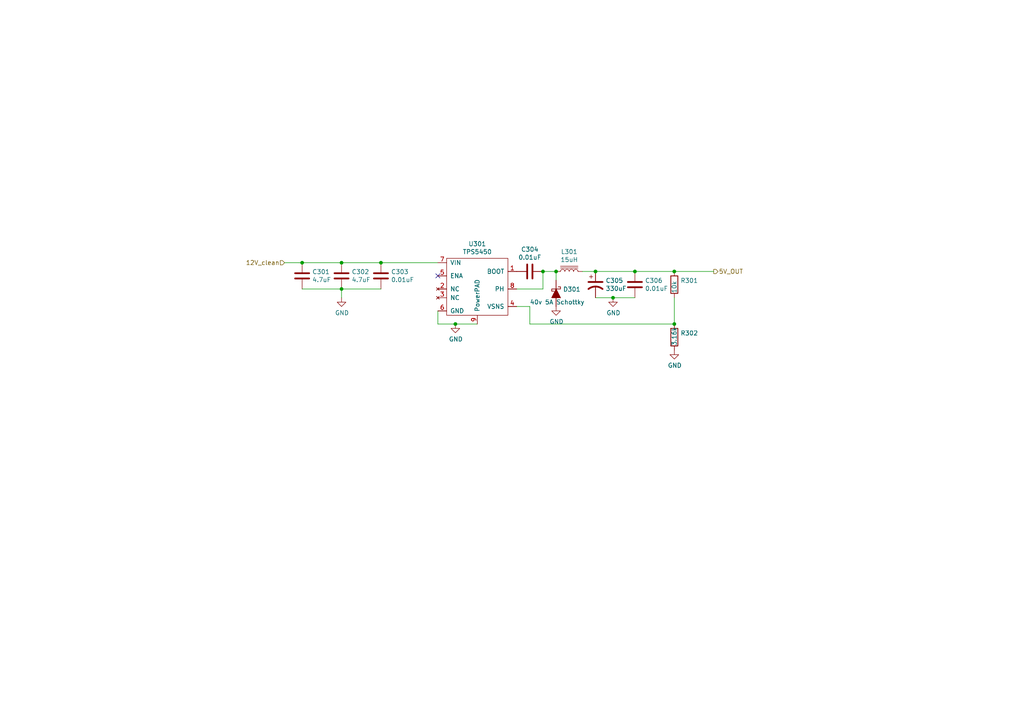
<source format=kicad_sch>
(kicad_sch (version 20211123) (generator eeschema)

  (uuid 8eb98c56-17e4-4de6-a3e3-06dcfa392040)

  (paper "A4")

  (lib_symbols
    (symbol "Device:C" (pin_numbers hide) (pin_names (offset 0.254)) (in_bom yes) (on_board yes)
      (property "Reference" "C" (id 0) (at 0.635 2.54 0)
        (effects (font (size 1.27 1.27)) (justify left))
      )
      (property "Value" "C" (id 1) (at 0.635 -2.54 0)
        (effects (font (size 1.27 1.27)) (justify left))
      )
      (property "Footprint" "" (id 2) (at 0.9652 -3.81 0)
        (effects (font (size 1.27 1.27)) hide)
      )
      (property "Datasheet" "~" (id 3) (at 0 0 0)
        (effects (font (size 1.27 1.27)) hide)
      )
      (property "ki_keywords" "cap capacitor" (id 4) (at 0 0 0)
        (effects (font (size 1.27 1.27)) hide)
      )
      (property "ki_description" "Unpolarized capacitor" (id 5) (at 0 0 0)
        (effects (font (size 1.27 1.27)) hide)
      )
      (property "ki_fp_filters" "C_*" (id 6) (at 0 0 0)
        (effects (font (size 1.27 1.27)) hide)
      )
      (symbol "C_0_1"
        (polyline
          (pts
            (xy -2.032 -0.762)
            (xy 2.032 -0.762)
          )
          (stroke (width 0.508) (type default) (color 0 0 0 0))
          (fill (type none))
        )
        (polyline
          (pts
            (xy -2.032 0.762)
            (xy 2.032 0.762)
          )
          (stroke (width 0.508) (type default) (color 0 0 0 0))
          (fill (type none))
        )
      )
      (symbol "C_1_1"
        (pin passive line (at 0 3.81 270) (length 2.794)
          (name "~" (effects (font (size 1.27 1.27))))
          (number "1" (effects (font (size 1.27 1.27))))
        )
        (pin passive line (at 0 -3.81 90) (length 2.794)
          (name "~" (effects (font (size 1.27 1.27))))
          (number "2" (effects (font (size 1.27 1.27))))
        )
      )
    )
    (symbol "Device:CP1" (pin_numbers hide) (pin_names (offset 0.254) hide) (in_bom yes) (on_board yes)
      (property "Reference" "C" (id 0) (at 0.635 2.54 0)
        (effects (font (size 1.27 1.27)) (justify left))
      )
      (property "Value" "Device_CP1" (id 1) (at 0.635 -2.54 0)
        (effects (font (size 1.27 1.27)) (justify left))
      )
      (property "Footprint" "" (id 2) (at 0 0 0)
        (effects (font (size 1.27 1.27)) hide)
      )
      (property "Datasheet" "" (id 3) (at 0 0 0)
        (effects (font (size 1.27 1.27)) hide)
      )
      (property "ki_fp_filters" "CP_*" (id 4) (at 0 0 0)
        (effects (font (size 1.27 1.27)) hide)
      )
      (symbol "CP1_0_1"
        (polyline
          (pts
            (xy -2.032 0.762)
            (xy 2.032 0.762)
          )
          (stroke (width 0.508) (type default) (color 0 0 0 0))
          (fill (type none))
        )
        (polyline
          (pts
            (xy -1.778 2.286)
            (xy -0.762 2.286)
          )
          (stroke (width 0) (type default) (color 0 0 0 0))
          (fill (type none))
        )
        (polyline
          (pts
            (xy -1.27 1.778)
            (xy -1.27 2.794)
          )
          (stroke (width 0) (type default) (color 0 0 0 0))
          (fill (type none))
        )
        (arc (start 2.032 -1.27) (mid 0 -0.5572) (end -2.032 -1.27)
          (stroke (width 0.508) (type default) (color 0 0 0 0))
          (fill (type none))
        )
      )
      (symbol "CP1_1_1"
        (pin passive line (at 0 3.81 270) (length 2.794)
          (name "~" (effects (font (size 1.27 1.27))))
          (number "1" (effects (font (size 1.27 1.27))))
        )
        (pin passive line (at 0 -3.81 90) (length 3.302)
          (name "~" (effects (font (size 1.27 1.27))))
          (number "2" (effects (font (size 1.27 1.27))))
        )
      )
    )
    (symbol "Device:D_Schottky_ALT" (pin_numbers hide) (pin_names (offset 1.016) hide) (in_bom yes) (on_board yes)
      (property "Reference" "D" (id 0) (at 0 2.54 0)
        (effects (font (size 1.27 1.27)))
      )
      (property "Value" "Device_D_Schottky_ALT" (id 1) (at 0 -2.54 0)
        (effects (font (size 1.27 1.27)))
      )
      (property "Footprint" "" (id 2) (at 0 0 0)
        (effects (font (size 1.27 1.27)) hide)
      )
      (property "Datasheet" "" (id 3) (at 0 0 0)
        (effects (font (size 1.27 1.27)) hide)
      )
      (property "ki_fp_filters" "TO-???* *_Diode_* *SingleDiode* D_*" (id 4) (at 0 0 0)
        (effects (font (size 1.27 1.27)) hide)
      )
      (symbol "D_Schottky_ALT_0_1"
        (polyline
          (pts
            (xy 1.27 0)
            (xy -1.27 0)
          )
          (stroke (width 0) (type default) (color 0 0 0 0))
          (fill (type none))
        )
        (polyline
          (pts
            (xy 1.27 1.27)
            (xy 1.27 -1.27)
            (xy -1.27 0)
            (xy 1.27 1.27)
          )
          (stroke (width 0.2032) (type default) (color 0 0 0 0))
          (fill (type outline))
        )
        (polyline
          (pts
            (xy -1.905 0.635)
            (xy -1.905 1.27)
            (xy -1.27 1.27)
            (xy -1.27 -1.27)
            (xy -0.635 -1.27)
            (xy -0.635 -0.635)
          )
          (stroke (width 0.2032) (type default) (color 0 0 0 0))
          (fill (type none))
        )
      )
      (symbol "D_Schottky_ALT_1_1"
        (pin passive line (at -3.81 0 0) (length 2.54)
          (name "K" (effects (font (size 1.27 1.27))))
          (number "1" (effects (font (size 1.27 1.27))))
        )
        (pin passive line (at 3.81 0 180) (length 2.54)
          (name "A" (effects (font (size 1.27 1.27))))
          (number "2" (effects (font (size 1.27 1.27))))
        )
      )
    )
    (symbol "Device:L_Core_Iron" (pin_numbers hide) (pin_names (offset 1.016) hide) (in_bom yes) (on_board yes)
      (property "Reference" "L" (id 0) (at -1.27 0 90)
        (effects (font (size 1.27 1.27)))
      )
      (property "Value" "Device_L_Core_Iron" (id 1) (at 2.794 0 90)
        (effects (font (size 1.27 1.27)))
      )
      (property "Footprint" "" (id 2) (at 0 0 0)
        (effects (font (size 1.27 1.27)) hide)
      )
      (property "Datasheet" "" (id 3) (at 0 0 0)
        (effects (font (size 1.27 1.27)) hide)
      )
      (property "ki_fp_filters" "Choke_* *Coil* Inductor_* L_*" (id 4) (at 0 0 0)
        (effects (font (size 1.27 1.27)) hide)
      )
      (symbol "L_Core_Iron_0_1"
        (arc (start 0 -2.54) (mid 0.635 -1.905) (end 0 -1.27)
          (stroke (width 0) (type default) (color 0 0 0 0))
          (fill (type none))
        )
        (arc (start 0 -1.27) (mid 0.635 -0.635) (end 0 0)
          (stroke (width 0) (type default) (color 0 0 0 0))
          (fill (type none))
        )
        (polyline
          (pts
            (xy 1.016 2.54)
            (xy 1.016 -2.54)
          )
          (stroke (width 0) (type default) (color 0 0 0 0))
          (fill (type none))
        )
        (polyline
          (pts
            (xy 1.524 -2.54)
            (xy 1.524 2.54)
          )
          (stroke (width 0) (type default) (color 0 0 0 0))
          (fill (type none))
        )
        (arc (start 0 0) (mid 0.635 0.635) (end 0 1.27)
          (stroke (width 0) (type default) (color 0 0 0 0))
          (fill (type none))
        )
        (arc (start 0 1.27) (mid 0.635 1.905) (end 0 2.54)
          (stroke (width 0) (type default) (color 0 0 0 0))
          (fill (type none))
        )
      )
      (symbol "L_Core_Iron_1_1"
        (pin passive line (at 0 3.81 270) (length 1.27)
          (name "1" (effects (font (size 1.27 1.27))))
          (number "1" (effects (font (size 1.27 1.27))))
        )
        (pin passive line (at 0 -3.81 90) (length 1.27)
          (name "2" (effects (font (size 1.27 1.27))))
          (number "2" (effects (font (size 1.27 1.27))))
        )
      )
    )
    (symbol "Device:R" (pin_numbers hide) (pin_names (offset 0)) (in_bom yes) (on_board yes)
      (property "Reference" "R" (id 0) (at 2.032 0 90)
        (effects (font (size 1.27 1.27)))
      )
      (property "Value" "R" (id 1) (at 0 0 90)
        (effects (font (size 1.27 1.27)))
      )
      (property "Footprint" "" (id 2) (at -1.778 0 90)
        (effects (font (size 1.27 1.27)) hide)
      )
      (property "Datasheet" "~" (id 3) (at 0 0 0)
        (effects (font (size 1.27 1.27)) hide)
      )
      (property "ki_keywords" "R res resistor" (id 4) (at 0 0 0)
        (effects (font (size 1.27 1.27)) hide)
      )
      (property "ki_description" "Resistor" (id 5) (at 0 0 0)
        (effects (font (size 1.27 1.27)) hide)
      )
      (property "ki_fp_filters" "R_*" (id 6) (at 0 0 0)
        (effects (font (size 1.27 1.27)) hide)
      )
      (symbol "R_0_1"
        (rectangle (start -1.016 -2.54) (end 1.016 2.54)
          (stroke (width 0.254) (type default) (color 0 0 0 0))
          (fill (type none))
        )
      )
      (symbol "R_1_1"
        (pin passive line (at 0 3.81 270) (length 1.27)
          (name "~" (effects (font (size 1.27 1.27))))
          (number "1" (effects (font (size 1.27 1.27))))
        )
        (pin passive line (at 0 -3.81 90) (length 1.27)
          (name "~" (effects (font (size 1.27 1.27))))
          (number "2" (effects (font (size 1.27 1.27))))
        )
      )
    )
    (symbol "LHRE_Component_Library:TPS5450" (pin_names (offset 1.016)) (in_bom yes) (on_board yes)
      (property "Reference" "U" (id 0) (at 0 10.16 0)
        (effects (font (size 1.27 1.27)))
      )
      (property "Value" "LHRE_Component_Library_TPS5450" (id 1) (at 0 7.62 0)
        (effects (font (size 1.27 1.27)))
      )
      (property "Footprint" "" (id 2) (at 0 0 0)
        (effects (font (size 1.27 1.27)) hide)
      )
      (property "Datasheet" "" (id 3) (at 0 0 0)
        (effects (font (size 1.27 1.27)) hide)
      )
      (symbol "TPS5450_0_1"
        (rectangle (start -8.89 6.35) (end 8.89 -10.16)
          (stroke (width 0) (type default) (color 0 0 0 0))
          (fill (type none))
        )
      )
      (symbol "TPS5450_1_1"
        (pin output line (at 11.43 2.54 180) (length 2.54)
          (name "BOOT" (effects (font (size 1.27 1.27))))
          (number "1" (effects (font (size 1.27 1.27))))
        )
        (pin no_connect line (at -11.43 -2.54 0) (length 2.54)
          (name "NC" (effects (font (size 1.27 1.27))))
          (number "2" (effects (font (size 1.27 1.27))))
        )
        (pin no_connect line (at -11.43 -5.08 0) (length 2.54)
          (name "NC" (effects (font (size 1.27 1.27))))
          (number "3" (effects (font (size 1.27 1.27))))
        )
        (pin input line (at 11.43 -7.62 180) (length 2.54)
          (name "VSNS" (effects (font (size 1.27 1.27))))
          (number "4" (effects (font (size 1.27 1.27))))
        )
        (pin input line (at -11.43 1.27 0) (length 2.54)
          (name "ENA" (effects (font (size 1.27 1.27))))
          (number "5" (effects (font (size 1.27 1.27))))
        )
        (pin bidirectional line (at -11.43 -8.89 0) (length 2.54)
          (name "GND" (effects (font (size 1.27 1.27))))
          (number "6" (effects (font (size 1.27 1.27))))
        )
        (pin input line (at -11.43 5.08 0) (length 2.54)
          (name "VIN" (effects (font (size 1.27 1.27))))
          (number "7" (effects (font (size 1.27 1.27))))
        )
        (pin output line (at 11.43 -2.54 180) (length 2.54)
          (name "PH" (effects (font (size 1.27 1.27))))
          (number "8" (effects (font (size 1.27 1.27))))
        )
        (pin bidirectional line (at 0 -12.7 90) (length 2.54)
          (name "PowerPAD" (effects (font (size 1.27 1.27))))
          (number "9" (effects (font (size 1.27 1.27))))
        )
      )
    )
    (symbol "power:GND" (power) (pin_names (offset 0)) (in_bom yes) (on_board yes)
      (property "Reference" "#PWR" (id 0) (at 0 -6.35 0)
        (effects (font (size 1.27 1.27)) hide)
      )
      (property "Value" "GND" (id 1) (at 0 -3.81 0)
        (effects (font (size 1.27 1.27)))
      )
      (property "Footprint" "" (id 2) (at 0 0 0)
        (effects (font (size 1.27 1.27)) hide)
      )
      (property "Datasheet" "" (id 3) (at 0 0 0)
        (effects (font (size 1.27 1.27)) hide)
      )
      (property "ki_keywords" "power-flag" (id 4) (at 0 0 0)
        (effects (font (size 1.27 1.27)) hide)
      )
      (property "ki_description" "Power symbol creates a global label with name \"GND\" , ground" (id 5) (at 0 0 0)
        (effects (font (size 1.27 1.27)) hide)
      )
      (symbol "GND_0_1"
        (polyline
          (pts
            (xy 0 0)
            (xy 0 -1.27)
            (xy 1.27 -1.27)
            (xy 0 -2.54)
            (xy -1.27 -1.27)
            (xy 0 -1.27)
          )
          (stroke (width 0) (type default) (color 0 0 0 0))
          (fill (type none))
        )
      )
      (symbol "GND_1_1"
        (pin power_in line (at 0 0 270) (length 0) hide
          (name "GND" (effects (font (size 1.27 1.27))))
          (number "1" (effects (font (size 1.27 1.27))))
        )
      )
    )
  )

  (junction (at 172.72 78.74) (diameter 0) (color 0 0 0 0)
    (uuid 1de61170-5337-44c5-ba28-bd477db4bff1)
  )
  (junction (at 161.29 78.74) (diameter 0) (color 0 0 0 0)
    (uuid 247ebffd-2cb6-4379-ba6e-21861fea3913)
  )
  (junction (at 195.58 78.74) (diameter 0) (color 0 0 0 0)
    (uuid 2ee28fa9-d785-45a1-9a1b-1be02ad8cd0b)
  )
  (junction (at 195.58 93.98) (diameter 0) (color 0 0 0 0)
    (uuid 49fec31e-3712-4229-8142-b191d90a97d0)
  )
  (junction (at 157.48 78.74) (diameter 0) (color 0 0 0 0)
    (uuid 5f48b0f2-82cf-40ce-afac-440f97643c36)
  )
  (junction (at 184.15 78.74) (diameter 0) (color 0 0 0 0)
    (uuid 8a427111-6480-4b0c-b097-d8b6a0ee1819)
  )
  (junction (at 110.49 76.2) (diameter 0) (color 0 0 0 0)
    (uuid 9112ddd5-10d5-48b8-954f-f1d5adcacbd9)
  )
  (junction (at 132.08 93.98) (diameter 0) (color 0 0 0 0)
    (uuid ad4d05f5-6957-42f8-b65c-c657b9a26485)
  )
  (junction (at 177.8 86.36) (diameter 0) (color 0 0 0 0)
    (uuid b2b363dd-8e47-4a76-a142-e00e28334875)
  )
  (junction (at 99.06 83.82) (diameter 0) (color 0 0 0 0)
    (uuid ca9b74ce-0dee-401c-9544-f599f4cf538d)
  )
  (junction (at 99.06 76.2) (diameter 0) (color 0 0 0 0)
    (uuid d3dd7cdb-b730-487d-804d-99150ba318ef)
  )
  (junction (at 87.63 76.2) (diameter 0) (color 0 0 0 0)
    (uuid f23ac723-a36d-491d-9473-7ec0ffed332d)
  )

  (no_connect (at 127 80.01) (uuid dfcef016-1bf5-4158-8a79-72d38a522877))

  (wire (pts (xy 153.67 93.98) (xy 195.58 93.98))
    (stroke (width 0) (type default) (color 0 0 0 0))
    (uuid 08ec951f-e7eb-41cf-9589-697107a98e88)
  )
  (wire (pts (xy 110.49 83.82) (xy 99.06 83.82))
    (stroke (width 0) (type default) (color 0 0 0 0))
    (uuid 099473f1-6598-46ff-a50f-4c520832170d)
  )
  (wire (pts (xy 153.67 88.9) (xy 153.67 93.98))
    (stroke (width 0) (type default) (color 0 0 0 0))
    (uuid 0fb27e11-fde6-4a25-adbb-e9684771b369)
  )
  (wire (pts (xy 184.15 78.74) (xy 195.58 78.74))
    (stroke (width 0) (type default) (color 0 0 0 0))
    (uuid 152cd84e-bbed-4df5-a866-d1ab977b0966)
  )
  (wire (pts (xy 99.06 86.36) (xy 99.06 83.82))
    (stroke (width 0) (type default) (color 0 0 0 0))
    (uuid 15699041-ed40-45ee-87d8-f5e206a88536)
  )
  (wire (pts (xy 87.63 83.82) (xy 99.06 83.82))
    (stroke (width 0) (type default) (color 0 0 0 0))
    (uuid 1876c30c-72b2-4a8d-9f32-bf8b213530b4)
  )
  (wire (pts (xy 172.72 86.36) (xy 177.8 86.36))
    (stroke (width 0) (type default) (color 0 0 0 0))
    (uuid 2102c637-9f11-48f1-aae6-b4139dc22be2)
  )
  (wire (pts (xy 161.29 78.74) (xy 157.48 78.74))
    (stroke (width 0) (type default) (color 0 0 0 0))
    (uuid 254f7cc6-cee1-44ca-9afe-939b318201aa)
  )
  (wire (pts (xy 127 93.98) (xy 132.08 93.98))
    (stroke (width 0) (type default) (color 0 0 0 0))
    (uuid 26a22c19-4cc5-4237-9651-0edc4f854154)
  )
  (wire (pts (xy 177.8 86.36) (xy 184.15 86.36))
    (stroke (width 0) (type default) (color 0 0 0 0))
    (uuid 2a4111b7-8149-4814-9344-3b8119cd75e4)
  )
  (wire (pts (xy 195.58 86.36) (xy 195.58 93.98))
    (stroke (width 0) (type default) (color 0 0 0 0))
    (uuid 2eea20e6-112c-411a-b615-885ae773135a)
  )
  (wire (pts (xy 149.86 88.9) (xy 153.67 88.9))
    (stroke (width 0) (type default) (color 0 0 0 0))
    (uuid 41c18011-40db-4384-9ba4-c0158d0d9d6a)
  )
  (wire (pts (xy 99.06 76.2) (xy 110.49 76.2))
    (stroke (width 0) (type default) (color 0 0 0 0))
    (uuid 4bbde53d-6894-4e18-9480-84a6a26d5f6b)
  )
  (wire (pts (xy 172.72 78.74) (xy 184.15 78.74))
    (stroke (width 0) (type default) (color 0 0 0 0))
    (uuid 560d05a7-84e4-403a-80d1-f287a4032b8a)
  )
  (wire (pts (xy 157.48 83.82) (xy 157.48 78.74))
    (stroke (width 0) (type default) (color 0 0 0 0))
    (uuid 755f94aa-38f0-4a64-a7c7-6c71cb18cddf)
  )
  (wire (pts (xy 132.08 93.98) (xy 138.43 93.98))
    (stroke (width 0) (type default) (color 0 0 0 0))
    (uuid 92f063a3-7cce-4a96-8a3a-cf5767f700c6)
  )
  (wire (pts (xy 168.91 78.74) (xy 172.72 78.74))
    (stroke (width 0) (type default) (color 0 0 0 0))
    (uuid 966ee9ec-860e-45bb-af89-30bda72b2032)
  )
  (wire (pts (xy 127 90.17) (xy 127 93.98))
    (stroke (width 0) (type default) (color 0 0 0 0))
    (uuid 968a6172-7a4e-40ab-a78a-e4d03671e136)
  )
  (wire (pts (xy 149.86 83.82) (xy 157.48 83.82))
    (stroke (width 0) (type default) (color 0 0 0 0))
    (uuid 9c2999b2-1cf1-4204-9d23-243401b77aa3)
  )
  (wire (pts (xy 82.55 76.2) (xy 87.63 76.2))
    (stroke (width 0) (type default) (color 0 0 0 0))
    (uuid af76ce95-feca-41fb-bf31-edaa26d6766a)
  )
  (wire (pts (xy 161.29 81.28) (xy 161.29 78.74))
    (stroke (width 0) (type default) (color 0 0 0 0))
    (uuid c15b2f75-2e10-4b71-bebb-e2b872171b92)
  )
  (wire (pts (xy 110.49 76.2) (xy 127 76.2))
    (stroke (width 0) (type default) (color 0 0 0 0))
    (uuid c3d5daf8-d359-42b2-a7c2-0d080ba7e212)
  )
  (wire (pts (xy 87.63 76.2) (xy 99.06 76.2))
    (stroke (width 0) (type default) (color 0 0 0 0))
    (uuid e11ae5a5-aa10-4f10-b346-f16e33c7899a)
  )
  (wire (pts (xy 195.58 78.74) (xy 207.01 78.74))
    (stroke (width 0) (type default) (color 0 0 0 0))
    (uuid fb0bf2a0-d317-42f7-b022-b5e05481f6be)
  )

  (hierarchical_label "5V_OUT" (shape output) (at 207.01 78.74 0)
    (effects (font (size 1.27 1.27)) (justify left))
    (uuid 0e32af77-726b-4e11-9f99-2e2484ba9e9b)
  )
  (hierarchical_label "12V_clean" (shape input) (at 82.55 76.2 180)
    (effects (font (size 1.27 1.27)) (justify right))
    (uuid e2fac877-439c-4da0-af2e-5fdc70f85d42)
  )

  (symbol (lib_id "LHRE_Component_Library:TPS5450") (at 138.43 81.28 0) (unit 1)
    (in_bom yes) (on_board yes)
    (uuid 00000000-0000-0000-0000-00005d82da5c)
    (property "Reference" "U301" (id 0) (at 138.43 70.739 0))
    (property "Value" "TPS5450" (id 1) (at 138.43 73.0504 0))
    (property "Footprint" "Package_SO:SOIC-8-1EP_3.9x4.9mm_P1.27mm_EP2.29x3mm_ThermalVias" (id 2) (at 138.43 81.28 0)
      (effects (font (size 1.27 1.27)) hide)
    )
    (property "Datasheet" "https://www.ti.com/lit/ds/symlink/tps5450-q1.pdf" (id 3) (at 138.43 81.28 0)
      (effects (font (size 1.27 1.27)) hide)
    )
    (property "Manufacturer" "Texas Instruments" (id 4) (at 138.43 81.28 0)
      (effects (font (size 1.27 1.27)) hide)
    )
    (property "Part Number" "TPS5450QDDARQ1" (id 5) (at 138.43 81.28 0)
      (effects (font (size 1.27 1.27)) hide)
    )
    (property "Description" " IC REG BUCK ADJUSTABLE 5A 8SOPWR" (id 6) (at 138.43 81.28 0)
      (effects (font (size 1.27 1.27)) hide)
    )
    (property "Package" "8SOIC POWERPAD" (id 7) (at 138.43 81.28 0)
      (effects (font (size 1.27 1.27)) hide)
    )
    (pin "1" (uuid ed84f6f6-0973-4c6c-9f65-8a3497495771))
    (pin "2" (uuid ad38594d-2662-4d9f-8203-2caaa7d508bf))
    (pin "3" (uuid b594b064-24e0-40d8-9986-fca5a86620e4))
    (pin "4" (uuid b23fe242-7c61-4acd-9f65-0c4ee4d703d6))
    (pin "5" (uuid 843aafa7-eaab-4937-92f3-37c88b8ca156))
    (pin "6" (uuid e8db007b-c76d-49a4-bd73-7711663bf31c))
    (pin "7" (uuid e1b6a8aa-b000-4358-b941-616b4c3a0b37))
    (pin "8" (uuid 501adf7f-c202-4c80-8e12-42d0aa8280ab))
    (pin "9" (uuid d836c0e1-596e-4430-8ff6-43b2a19470a7))
  )

  (symbol (lib_id "Device:C") (at 87.63 80.01 0) (unit 1)
    (in_bom yes) (on_board yes)
    (uuid 00000000-0000-0000-0000-00005d831f39)
    (property "Reference" "C301" (id 0) (at 90.551 78.8416 0)
      (effects (font (size 1.27 1.27)) (justify left))
    )
    (property "Value" "4.7uF" (id 1) (at 90.551 81.153 0)
      (effects (font (size 1.27 1.27)) (justify left))
    )
    (property "Footprint" "Capacitor_SMD:C_0805_2012Metric_Pad1.15x1.40mm_HandSolder" (id 2) (at 88.5952 83.82 0)
      (effects (font (size 1.27 1.27)) hide)
    )
    (property "Datasheet" "~" (id 3) (at 87.63 80.01 0)
      (effects (font (size 1.27 1.27)) hide)
    )
    (property "Package" "0805" (id 4) (at 87.63 80.01 0)
      (effects (font (size 1.27 1.27)) hide)
    )
    (property "Description" "CAP CER 4.7UF 25V X7R 0805" (id 5) (at 87.63 80.01 0)
      (effects (font (size 1.27 1.27)) hide)
    )
    (pin "1" (uuid 8e4ee2f8-33af-4fe3-867d-d1d8dbd77779))
    (pin "2" (uuid c1954b56-3e0f-4a8b-a881-ed573a24f8a2))
  )

  (symbol (lib_id "Device:C") (at 99.06 80.01 0) (unit 1)
    (in_bom yes) (on_board yes)
    (uuid 00000000-0000-0000-0000-00005d832d21)
    (property "Reference" "C302" (id 0) (at 101.981 78.8416 0)
      (effects (font (size 1.27 1.27)) (justify left))
    )
    (property "Value" "4.7uF" (id 1) (at 101.981 81.153 0)
      (effects (font (size 1.27 1.27)) (justify left))
    )
    (property "Footprint" "Capacitor_SMD:C_0805_2012Metric_Pad1.15x1.40mm_HandSolder" (id 2) (at 100.0252 83.82 0)
      (effects (font (size 1.27 1.27)) hide)
    )
    (property "Datasheet" "~" (id 3) (at 99.06 80.01 0)
      (effects (font (size 1.27 1.27)) hide)
    )
    (property "Description" "CAP CER 4.7UF 25V X7R 0805" (id 4) (at 99.06 80.01 0)
      (effects (font (size 1.27 1.27)) hide)
    )
    (property "Package" "0805" (id 5) (at 99.06 80.01 0)
      (effects (font (size 1.27 1.27)) hide)
    )
    (pin "1" (uuid 773260f9-5274-4708-b36c-d7e8f769e49b))
    (pin "2" (uuid 9729c22d-7850-44dc-a4d3-11fe0ba57f43))
  )

  (symbol (lib_id "Device:C") (at 110.49 80.01 0) (unit 1)
    (in_bom yes) (on_board yes)
    (uuid 00000000-0000-0000-0000-00005d83310e)
    (property "Reference" "C303" (id 0) (at 113.411 78.8416 0)
      (effects (font (size 1.27 1.27)) (justify left))
    )
    (property "Value" "0.01uF" (id 1) (at 113.411 81.153 0)
      (effects (font (size 1.27 1.27)) (justify left))
    )
    (property "Footprint" "Capacitor_SMD:C_0603_1608Metric_Pad1.05x0.95mm_HandSolder" (id 2) (at 111.4552 83.82 0)
      (effects (font (size 1.27 1.27)) hide)
    )
    (property "Datasheet" "~" (id 3) (at 110.49 80.01 0)
      (effects (font (size 1.27 1.27)) hide)
    )
    (property "Description" "CAP CER 0.01UF 25V X7R 0603" (id 4) (at 110.49 80.01 0)
      (effects (font (size 1.27 1.27)) hide)
    )
    (property "Package" "0603" (id 5) (at 110.49 80.01 0)
      (effects (font (size 1.27 1.27)) hide)
    )
    (pin "1" (uuid a41891fb-b44b-4044-ad78-9ecd7aa1abfd))
    (pin "2" (uuid 18acb492-716a-494a-8929-3c7f63cb2f8a))
  )

  (symbol (lib_id "power:GND") (at 99.06 86.36 0) (unit 1)
    (in_bom yes) (on_board yes)
    (uuid 00000000-0000-0000-0000-00005d834064)
    (property "Reference" "#PWR0301" (id 0) (at 99.06 92.71 0)
      (effects (font (size 1.27 1.27)) hide)
    )
    (property "Value" "GND" (id 1) (at 99.187 90.7542 0))
    (property "Footprint" "" (id 2) (at 99.06 86.36 0)
      (effects (font (size 1.27 1.27)) hide)
    )
    (property "Datasheet" "" (id 3) (at 99.06 86.36 0)
      (effects (font (size 1.27 1.27)) hide)
    )
    (pin "1" (uuid 67061098-d8fc-4a7b-ab54-4438521187bf))
  )

  (symbol (lib_id "power:GND") (at 132.08 93.98 0) (unit 1)
    (in_bom yes) (on_board yes)
    (uuid 00000000-0000-0000-0000-00005d834c95)
    (property "Reference" "#PWR0302" (id 0) (at 132.08 100.33 0)
      (effects (font (size 1.27 1.27)) hide)
    )
    (property "Value" "GND" (id 1) (at 132.207 98.3742 0))
    (property "Footprint" "" (id 2) (at 132.08 93.98 0)
      (effects (font (size 1.27 1.27)) hide)
    )
    (property "Datasheet" "" (id 3) (at 132.08 93.98 0)
      (effects (font (size 1.27 1.27)) hide)
    )
    (pin "1" (uuid 72a44258-fad3-4f9e-b6ff-85f7a0e8fef4))
  )

  (symbol (lib_id "Device:C") (at 153.67 78.74 270) (unit 1)
    (in_bom yes) (on_board yes)
    (uuid 00000000-0000-0000-0000-00005d835fcd)
    (property "Reference" "C304" (id 0) (at 153.67 72.3392 90))
    (property "Value" "0.01uF" (id 1) (at 153.67 74.6506 90))
    (property "Footprint" "Capacitor_SMD:C_0603_1608Metric_Pad1.05x0.95mm_HandSolder" (id 2) (at 149.86 79.7052 0)
      (effects (font (size 1.27 1.27)) hide)
    )
    (property "Datasheet" "~" (id 3) (at 153.67 78.74 0)
      (effects (font (size 1.27 1.27)) hide)
    )
    (property "Description" "CAP CER 0.01UF 25V X7R 0603" (id 4) (at 153.67 78.74 0)
      (effects (font (size 1.27 1.27)) hide)
    )
    (property "Package" "0603" (id 5) (at 153.67 78.74 0)
      (effects (font (size 1.27 1.27)) hide)
    )
    (pin "1" (uuid e9a3ccbe-fd83-4fbb-a791-fdfeaad3fb8e))
    (pin "2" (uuid 880ee1ea-4832-465f-805e-73afc1eeabdf))
  )

  (symbol (lib_id "power:GND") (at 161.29 88.9 0) (unit 1)
    (in_bom yes) (on_board yes)
    (uuid 00000000-0000-0000-0000-00005d83734f)
    (property "Reference" "#PWR0303" (id 0) (at 161.29 95.25 0)
      (effects (font (size 1.27 1.27)) hide)
    )
    (property "Value" "GND" (id 1) (at 161.417 93.2942 0))
    (property "Footprint" "" (id 2) (at 161.29 88.9 0)
      (effects (font (size 1.27 1.27)) hide)
    )
    (property "Datasheet" "" (id 3) (at 161.29 88.9 0)
      (effects (font (size 1.27 1.27)) hide)
    )
    (pin "1" (uuid f6229b5a-ae7b-43a8-a639-e4b0ba128e14))
  )

  (symbol (lib_id "Device:L_Core_Iron") (at 165.1 78.74 90) (unit 1)
    (in_bom yes) (on_board yes)
    (uuid 00000000-0000-0000-0000-00005d837d30)
    (property "Reference" "L301" (id 0) (at 165.1 73.025 90))
    (property "Value" "15uH" (id 1) (at 165.1 75.3364 90))
    (property "Footprint" "Inductor_SMD:L_Bourns_SRR1260" (id 2) (at 165.1 78.74 0)
      (effects (font (size 1.27 1.27)) hide)
    )
    (property "Datasheet" "https://datasheet.octopart.com/SRR1280A-150M-Bourns-datasheet-32036179.pdf" (id 3) (at 165.1 78.74 0)
      (effects (font (size 1.27 1.27)) hide)
    )
    (property "Manufacturer" "Bourns" (id 4) (at 165.1 78.74 0)
      (effects (font (size 1.27 1.27)) hide)
    )
    (property "Part Number" "SRR1280A-150M" (id 5) (at 165.1 78.74 0)
      (effects (font (size 1.27 1.27)) hide)
    )
    (property "Description" "FIXED IND 15UH 5.2A 28.5 MOHM" (id 6) (at 165.1 78.74 0)
      (effects (font (size 1.27 1.27)) hide)
    )
    (property "Package" "12mm Diode" (id 7) (at 165.1 78.74 0)
      (effects (font (size 1.27 1.27)) hide)
    )
    (pin "1" (uuid 6d63a206-53b5-4427-a8bb-e2028f993148))
    (pin "2" (uuid 19127f95-b3e8-4eb0-b9f9-76825b269b1a))
  )

  (symbol (lib_id "Device:CP1") (at 172.72 82.55 0) (unit 1)
    (in_bom yes) (on_board yes)
    (uuid 00000000-0000-0000-0000-00005d839193)
    (property "Reference" "C305" (id 0) (at 175.641 81.3816 0)
      (effects (font (size 1.27 1.27)) (justify left))
    )
    (property "Value" "330uF" (id 1) (at 175.641 83.693 0)
      (effects (font (size 1.27 1.27)) (justify left))
    )
    (property "Footprint" "Capacitor_Tantalum_SMD:CP_EIA-7343-43_Kemet-X_Pad2.25x2.55mm_HandSolder" (id 2) (at 172.72 82.55 0)
      (effects (font (size 1.27 1.27)) hide)
    )
    (property "Datasheet" "https://datasheet.octopart.com/10TPB330M-Panasonic-datasheet-61627562.pdf" (id 3) (at 172.72 82.55 0)
      (effects (font (size 1.27 1.27)) hide)
    )
    (property "Manufacturer" "Panasonic" (id 4) (at 172.72 82.55 0)
      (effects (font (size 1.27 1.27)) hide)
    )
    (property "Part Number" "10TPB330M" (id 5) (at 172.72 82.55 0)
      (effects (font (size 1.27 1.27)) hide)
    )
    (property "Description" "CAP TAN 330UF 10V X7R 7343" (id 6) (at 172.72 82.55 0)
      (effects (font (size 1.27 1.27)) hide)
    )
    (pin "1" (uuid 1ee6a2be-7eb5-436d-b729-2e96cc68a38b))
    (pin "2" (uuid b08b848f-dd7b-48d8-8f22-591112a88fe0))
  )

  (symbol (lib_id "Device:C") (at 184.15 82.55 0) (unit 1)
    (in_bom yes) (on_board yes)
    (uuid 00000000-0000-0000-0000-00005d83b96e)
    (property "Reference" "C306" (id 0) (at 187.071 81.3816 0)
      (effects (font (size 1.27 1.27)) (justify left))
    )
    (property "Value" "0.01uF" (id 1) (at 187.071 83.693 0)
      (effects (font (size 1.27 1.27)) (justify left))
    )
    (property "Footprint" "Capacitor_SMD:C_0603_1608Metric_Pad1.05x0.95mm_HandSolder" (id 2) (at 185.1152 86.36 0)
      (effects (font (size 1.27 1.27)) hide)
    )
    (property "Datasheet" "~" (id 3) (at 184.15 82.55 0)
      (effects (font (size 1.27 1.27)) hide)
    )
    (property "Description" "CAP CER 0.01UF 25V X7R 0603" (id 4) (at 184.15 82.55 0)
      (effects (font (size 1.27 1.27)) hide)
    )
    (property "Package" "0603" (id 5) (at 184.15 82.55 0)
      (effects (font (size 1.27 1.27)) hide)
    )
    (pin "1" (uuid 0f9cade3-5973-4942-8fbc-b7c9fd5cbf14))
    (pin "2" (uuid 40a91683-0cf4-4830-a896-e74103fb0031))
  )

  (symbol (lib_id "power:GND") (at 177.8 86.36 0) (unit 1)
    (in_bom yes) (on_board yes)
    (uuid 00000000-0000-0000-0000-00005d83c0d4)
    (property "Reference" "#PWR0304" (id 0) (at 177.8 92.71 0)
      (effects (font (size 1.27 1.27)) hide)
    )
    (property "Value" "GND" (id 1) (at 177.927 90.7542 0))
    (property "Footprint" "" (id 2) (at 177.8 86.36 0)
      (effects (font (size 1.27 1.27)) hide)
    )
    (property "Datasheet" "" (id 3) (at 177.8 86.36 0)
      (effects (font (size 1.27 1.27)) hide)
    )
    (pin "1" (uuid 41921f01-3215-4722-b987-8d400c13a887))
  )

  (symbol (lib_id "Device:R") (at 195.58 82.55 0) (unit 1)
    (in_bom yes) (on_board yes)
    (uuid 00000000-0000-0000-0000-00005d83d925)
    (property "Reference" "R301" (id 0) (at 197.358 81.3816 0)
      (effects (font (size 1.27 1.27)) (justify left))
    )
    (property "Value" "10k" (id 1) (at 195.58 85.09 90)
      (effects (font (size 1.27 1.27)) (justify left))
    )
    (property "Footprint" "Resistor_SMD:R_0603_1608Metric_Pad1.05x0.95mm_HandSolder" (id 2) (at 193.802 82.55 90)
      (effects (font (size 1.27 1.27)) hide)
    )
    (property "Datasheet" "~" (id 3) (at 195.58 82.55 0)
      (effects (font (size 1.27 1.27)) hide)
    )
    (property "Description" "RES SMD 10K OHM 1% 0603" (id 4) (at 195.58 82.55 0)
      (effects (font (size 1.27 1.27)) hide)
    )
    (property "Package" "0603" (id 5) (at 195.58 82.55 0)
      (effects (font (size 1.27 1.27)) hide)
    )
    (pin "1" (uuid 73c922f7-203e-4726-b324-818cc8ad5371))
    (pin "2" (uuid a3131810-ed44-4414-94e9-6321624fe739))
  )

  (symbol (lib_id "Device:R") (at 195.58 97.79 0) (unit 1)
    (in_bom yes) (on_board yes)
    (uuid 00000000-0000-0000-0000-00005d83de10)
    (property "Reference" "R302" (id 0) (at 197.358 96.6216 0)
      (effects (font (size 1.27 1.27)) (justify left))
    )
    (property "Value" "3.16k" (id 1) (at 195.58 100.33 90)
      (effects (font (size 1.27 1.27)) (justify left))
    )
    (property "Footprint" "Resistor_SMD:R_0603_1608Metric_Pad1.05x0.95mm_HandSolder" (id 2) (at 193.802 97.79 90)
      (effects (font (size 1.27 1.27)) hide)
    )
    (property "Datasheet" "~" (id 3) (at 195.58 97.79 0)
      (effects (font (size 1.27 1.27)) hide)
    )
    (property "Description" "RES SMD 3.16K OHM 1% 0603" (id 4) (at 195.58 97.79 0)
      (effects (font (size 1.27 1.27)) hide)
    )
    (property "Package" "0603" (id 5) (at 195.58 97.79 0)
      (effects (font (size 1.27 1.27)) hide)
    )
    (pin "1" (uuid e985f030-0750-404b-a856-9a1125f87c77))
    (pin "2" (uuid 916d1965-07db-48c8-bedf-2e8e5e82c409))
  )

  (symbol (lib_id "power:GND") (at 195.58 101.6 0) (unit 1)
    (in_bom yes) (on_board yes)
    (uuid 00000000-0000-0000-0000-00005d83eefa)
    (property "Reference" "#PWR0305" (id 0) (at 195.58 107.95 0)
      (effects (font (size 1.27 1.27)) hide)
    )
    (property "Value" "GND" (id 1) (at 195.707 105.9942 0))
    (property "Footprint" "" (id 2) (at 195.58 101.6 0)
      (effects (font (size 1.27 1.27)) hide)
    )
    (property "Datasheet" "" (id 3) (at 195.58 101.6 0)
      (effects (font (size 1.27 1.27)) hide)
    )
    (pin "1" (uuid 78244fbc-fe72-4222-bdd4-f021b0d23868))
  )

  (symbol (lib_id "Device:D_Schottky_ALT") (at 161.29 85.09 270) (unit 1)
    (in_bom yes) (on_board yes)
    (uuid 00000000-0000-0000-0000-00005d840ac1)
    (property "Reference" "D301" (id 0) (at 163.2966 83.9216 90)
      (effects (font (size 1.27 1.27)) (justify left))
    )
    (property "Value" "40v 5A Schottky" (id 1) (at 153.67 87.63 90)
      (effects (font (size 1.27 1.27)) (justify left))
    )
    (property "Footprint" "Diode_SMD:D_SMC_Handsoldering" (id 2) (at 161.29 85.09 0)
      (effects (font (size 1.27 1.27)) hide)
    )
    (property "Datasheet" "https://datasheet.octopart.com/NRVBS540T3G-ON-Semiconductor-datasheet-5320225.pdf" (id 3) (at 161.29 85.09 0)
      (effects (font (size 1.27 1.27)) hide)
    )
    (property "Manufacturer" "On Semiconductor" (id 4) (at 161.29 85.09 0)
      (effects (font (size 1.27 1.27)) hide)
    )
    (property "Part Number" "NRVBS540T3G " (id 5) (at 161.29 85.09 0)
      (effects (font (size 1.27 1.27)) hide)
    )
    (property "Description" "DIODE SCHOTTKY 40V 5A SMC" (id 6) (at 161.29 85.09 0)
      (effects (font (size 1.27 1.27)) hide)
    )
    (property "Package" "SMC" (id 7) (at 161.29 85.09 0)
      (effects (font (size 1.27 1.27)) hide)
    )
    (pin "1" (uuid 169bb870-67b7-4911-bbef-3e0fb77dd454))
    (pin "2" (uuid e4771454-e5cb-4f44-83bf-f2687200cf1e))
  )
)

</source>
